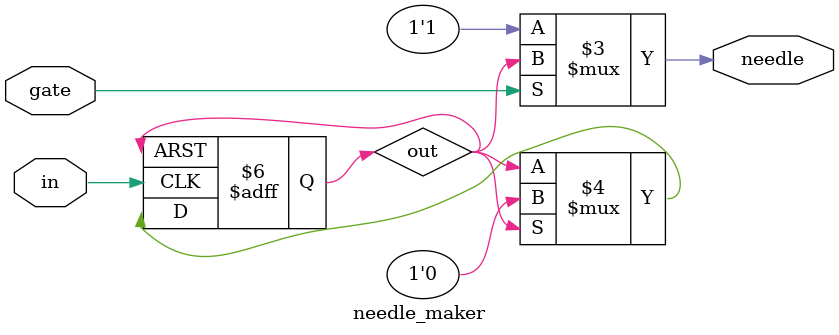
<source format=v>
`timescale 1ns / 1ps

module needle_maker (in,needle,gate);

//	output out;
	output needle;
	input  in;
	input  gate;

	reg out;
//	wire s;
	
	always @(posedge in or negedge out)
		begin
			if (!out) out <= 1'b1;
			else if (out) out <= 1'b0;
		end	
	
//	always @(posedge in or posedge s)
//		begin
//			if (s) out <= 1'b1;
//			else out <= 1'b0;
//		end

//	assign s = !(out & gate);
	assign needle = gate ? out : 1'b1;
	
endmodule 

</source>
